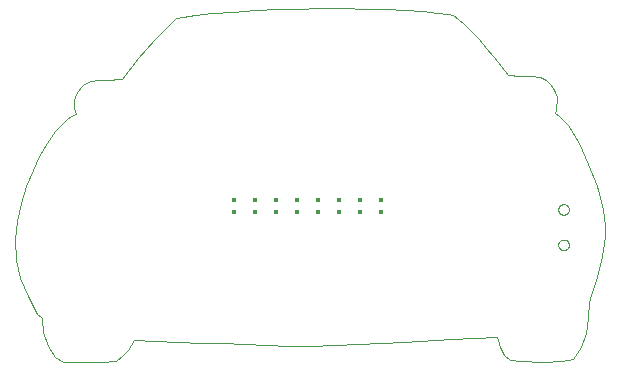
<source format=gtp>
G75*
%MOIN*%
%OFA0B0*%
%FSLAX25Y25*%
%IPPOS*%
%LPD*%
%AMOC8*
5,1,8,0,0,1.08239X$1,22.5*
%
%ADD10C,0.00000*%
%ADD11R,0.01378X0.01378*%
D10*
X0024901Y0013065D02*
X0022581Y0016812D01*
X0021081Y0021589D01*
X0020720Y0026220D01*
X0020294Y0026525D01*
X0019868Y0026830D01*
X0019442Y0027135D01*
X0019016Y0027440D01*
X0015942Y0033553D01*
X0013438Y0039476D01*
X0011861Y0045673D01*
X0011568Y0052611D01*
X0012237Y0058549D01*
X0013530Y0064412D01*
X0015349Y0070147D01*
X0017599Y0075703D01*
X0019728Y0080210D01*
X0022171Y0084588D01*
X0025051Y0088638D01*
X0028492Y0092160D01*
X0029227Y0092729D01*
X0030066Y0093288D01*
X0030991Y0093834D01*
X0031983Y0094365D01*
X0031738Y0095213D01*
X0031474Y0096345D01*
X0031306Y0097550D01*
X0031348Y0098617D01*
X0031810Y0100217D01*
X0032550Y0101743D01*
X0033551Y0103095D01*
X0034795Y0104171D01*
X0036975Y0105119D01*
X0039387Y0105485D01*
X0041898Y0105576D01*
X0044372Y0105703D01*
X0045073Y0105761D01*
X0045870Y0105807D01*
X0046682Y0105842D01*
X0047430Y0105867D01*
X0052749Y0112749D01*
X0055475Y0115999D01*
X0058100Y0118978D01*
X0060514Y0121582D01*
X0062606Y0123704D01*
X0064268Y0125238D01*
X0065389Y0126078D01*
X0067571Y0126663D01*
X0071730Y0127238D01*
X0077412Y0127786D01*
X0084161Y0128286D01*
X0091521Y0128721D01*
X0099036Y0129072D01*
X0106252Y0129320D01*
X0112711Y0129447D01*
X0113066Y0129450D01*
X0113424Y0129454D01*
X0113788Y0129456D01*
X0114155Y0129458D01*
X0114527Y0129459D01*
X0114902Y0129460D01*
X0115282Y0129461D01*
X0115665Y0129461D01*
X0115665Y0129461D01*
X0115665Y0129461D01*
X0121806Y0129414D01*
X0128424Y0129279D01*
X0135155Y0129065D01*
X0141632Y0128783D01*
X0147491Y0128441D01*
X0152366Y0128050D01*
X0155892Y0127619D01*
X0157705Y0127157D01*
X0159380Y0125971D01*
X0161420Y0124156D01*
X0163728Y0121838D01*
X0166209Y0119145D01*
X0168767Y0116204D01*
X0171305Y0113139D01*
X0175939Y0107149D01*
X0176703Y0107124D01*
X0177559Y0107089D01*
X0178410Y0107041D01*
X0179159Y0106980D01*
X0181633Y0106853D01*
X0184144Y0106761D01*
X0186556Y0106396D01*
X0188736Y0105448D01*
X0189975Y0104371D01*
X0190967Y0103017D01*
X0191705Y0101490D01*
X0192183Y0099893D01*
X0192270Y0098549D01*
X0192110Y0097022D01*
X0191832Y0095580D01*
X0191564Y0094491D01*
X0192908Y0093558D01*
X0194109Y0092589D01*
X0195128Y0091603D01*
X0195925Y0090615D01*
X0199546Y0084554D01*
X0202811Y0077589D01*
X0205552Y0070139D01*
X0207602Y0062629D01*
X0208096Y0059747D01*
X0208326Y0056820D01*
X0208319Y0053881D01*
X0208103Y0050958D01*
X0207010Y0045148D01*
X0205298Y0038820D01*
X0203721Y0033732D01*
X0203028Y0031645D01*
X0202588Y0026276D01*
X0201887Y0021148D01*
X0200389Y0016523D01*
X0197555Y0012665D01*
X0193937Y0011933D01*
X0187197Y0011640D01*
X0180382Y0011765D01*
X0176542Y0012287D01*
X0174806Y0014049D01*
X0173476Y0016594D01*
X0172624Y0018883D01*
X0172324Y0019877D01*
X0156821Y0019099D01*
X0141317Y0018321D01*
X0133566Y0017932D01*
X0125814Y0017543D01*
X0118062Y0017154D01*
X0110311Y0016765D01*
X0102948Y0017022D01*
X0095585Y0017278D01*
X0088222Y0017534D01*
X0080859Y0017790D01*
X0073496Y0018047D01*
X0066133Y0018303D01*
X0051407Y0018816D01*
X0050336Y0017159D01*
X0049234Y0015497D01*
X0047716Y0013744D01*
X0045398Y0011816D01*
X0039886Y0011660D01*
X0035667Y0011551D01*
X0031894Y0011502D01*
X0027722Y0011527D01*
X0024901Y0013065D01*
X0192728Y0050594D02*
X0192730Y0050678D01*
X0192736Y0050761D01*
X0192746Y0050844D01*
X0192760Y0050927D01*
X0192777Y0051009D01*
X0192799Y0051090D01*
X0192824Y0051169D01*
X0192853Y0051248D01*
X0192886Y0051325D01*
X0192922Y0051400D01*
X0192962Y0051474D01*
X0193005Y0051546D01*
X0193052Y0051615D01*
X0193102Y0051682D01*
X0193155Y0051747D01*
X0193211Y0051809D01*
X0193269Y0051869D01*
X0193331Y0051926D01*
X0193395Y0051979D01*
X0193462Y0052030D01*
X0193531Y0052077D01*
X0193602Y0052122D01*
X0193675Y0052162D01*
X0193750Y0052199D01*
X0193827Y0052233D01*
X0193905Y0052263D01*
X0193984Y0052289D01*
X0194065Y0052312D01*
X0194147Y0052330D01*
X0194229Y0052345D01*
X0194312Y0052356D01*
X0194395Y0052363D01*
X0194479Y0052366D01*
X0194563Y0052365D01*
X0194646Y0052360D01*
X0194730Y0052351D01*
X0194812Y0052338D01*
X0194894Y0052322D01*
X0194975Y0052301D01*
X0195056Y0052277D01*
X0195134Y0052249D01*
X0195212Y0052217D01*
X0195288Y0052181D01*
X0195362Y0052142D01*
X0195434Y0052100D01*
X0195504Y0052054D01*
X0195572Y0052005D01*
X0195637Y0051953D01*
X0195700Y0051898D01*
X0195760Y0051840D01*
X0195818Y0051779D01*
X0195872Y0051715D01*
X0195924Y0051649D01*
X0195972Y0051581D01*
X0196017Y0051510D01*
X0196058Y0051437D01*
X0196097Y0051363D01*
X0196131Y0051287D01*
X0196162Y0051209D01*
X0196189Y0051130D01*
X0196213Y0051049D01*
X0196232Y0050968D01*
X0196248Y0050886D01*
X0196260Y0050803D01*
X0196268Y0050719D01*
X0196272Y0050636D01*
X0196272Y0050552D01*
X0196268Y0050469D01*
X0196260Y0050385D01*
X0196248Y0050302D01*
X0196232Y0050220D01*
X0196213Y0050139D01*
X0196189Y0050058D01*
X0196162Y0049979D01*
X0196131Y0049901D01*
X0196097Y0049825D01*
X0196058Y0049751D01*
X0196017Y0049678D01*
X0195972Y0049607D01*
X0195924Y0049539D01*
X0195872Y0049473D01*
X0195818Y0049409D01*
X0195760Y0049348D01*
X0195700Y0049290D01*
X0195637Y0049235D01*
X0195572Y0049183D01*
X0195504Y0049134D01*
X0195434Y0049088D01*
X0195362Y0049046D01*
X0195288Y0049007D01*
X0195212Y0048971D01*
X0195134Y0048939D01*
X0195056Y0048911D01*
X0194975Y0048887D01*
X0194894Y0048866D01*
X0194812Y0048850D01*
X0194730Y0048837D01*
X0194646Y0048828D01*
X0194563Y0048823D01*
X0194479Y0048822D01*
X0194395Y0048825D01*
X0194312Y0048832D01*
X0194229Y0048843D01*
X0194147Y0048858D01*
X0194065Y0048876D01*
X0193984Y0048899D01*
X0193905Y0048925D01*
X0193827Y0048955D01*
X0193750Y0048989D01*
X0193675Y0049026D01*
X0193602Y0049066D01*
X0193531Y0049111D01*
X0193462Y0049158D01*
X0193395Y0049209D01*
X0193331Y0049262D01*
X0193269Y0049319D01*
X0193211Y0049379D01*
X0193155Y0049441D01*
X0193102Y0049506D01*
X0193052Y0049573D01*
X0193005Y0049642D01*
X0192962Y0049714D01*
X0192922Y0049788D01*
X0192886Y0049863D01*
X0192853Y0049940D01*
X0192824Y0050019D01*
X0192799Y0050098D01*
X0192777Y0050179D01*
X0192760Y0050261D01*
X0192746Y0050344D01*
X0192736Y0050427D01*
X0192730Y0050510D01*
X0192728Y0050594D01*
X0192728Y0062406D02*
X0192730Y0062490D01*
X0192736Y0062573D01*
X0192746Y0062656D01*
X0192760Y0062739D01*
X0192777Y0062821D01*
X0192799Y0062902D01*
X0192824Y0062981D01*
X0192853Y0063060D01*
X0192886Y0063137D01*
X0192922Y0063212D01*
X0192962Y0063286D01*
X0193005Y0063358D01*
X0193052Y0063427D01*
X0193102Y0063494D01*
X0193155Y0063559D01*
X0193211Y0063621D01*
X0193269Y0063681D01*
X0193331Y0063738D01*
X0193395Y0063791D01*
X0193462Y0063842D01*
X0193531Y0063889D01*
X0193602Y0063934D01*
X0193675Y0063974D01*
X0193750Y0064011D01*
X0193827Y0064045D01*
X0193905Y0064075D01*
X0193984Y0064101D01*
X0194065Y0064124D01*
X0194147Y0064142D01*
X0194229Y0064157D01*
X0194312Y0064168D01*
X0194395Y0064175D01*
X0194479Y0064178D01*
X0194563Y0064177D01*
X0194646Y0064172D01*
X0194730Y0064163D01*
X0194812Y0064150D01*
X0194894Y0064134D01*
X0194975Y0064113D01*
X0195056Y0064089D01*
X0195134Y0064061D01*
X0195212Y0064029D01*
X0195288Y0063993D01*
X0195362Y0063954D01*
X0195434Y0063912D01*
X0195504Y0063866D01*
X0195572Y0063817D01*
X0195637Y0063765D01*
X0195700Y0063710D01*
X0195760Y0063652D01*
X0195818Y0063591D01*
X0195872Y0063527D01*
X0195924Y0063461D01*
X0195972Y0063393D01*
X0196017Y0063322D01*
X0196058Y0063249D01*
X0196097Y0063175D01*
X0196131Y0063099D01*
X0196162Y0063021D01*
X0196189Y0062942D01*
X0196213Y0062861D01*
X0196232Y0062780D01*
X0196248Y0062698D01*
X0196260Y0062615D01*
X0196268Y0062531D01*
X0196272Y0062448D01*
X0196272Y0062364D01*
X0196268Y0062281D01*
X0196260Y0062197D01*
X0196248Y0062114D01*
X0196232Y0062032D01*
X0196213Y0061951D01*
X0196189Y0061870D01*
X0196162Y0061791D01*
X0196131Y0061713D01*
X0196097Y0061637D01*
X0196058Y0061563D01*
X0196017Y0061490D01*
X0195972Y0061419D01*
X0195924Y0061351D01*
X0195872Y0061285D01*
X0195818Y0061221D01*
X0195760Y0061160D01*
X0195700Y0061102D01*
X0195637Y0061047D01*
X0195572Y0060995D01*
X0195504Y0060946D01*
X0195434Y0060900D01*
X0195362Y0060858D01*
X0195288Y0060819D01*
X0195212Y0060783D01*
X0195134Y0060751D01*
X0195056Y0060723D01*
X0194975Y0060699D01*
X0194894Y0060678D01*
X0194812Y0060662D01*
X0194730Y0060649D01*
X0194646Y0060640D01*
X0194563Y0060635D01*
X0194479Y0060634D01*
X0194395Y0060637D01*
X0194312Y0060644D01*
X0194229Y0060655D01*
X0194147Y0060670D01*
X0194065Y0060688D01*
X0193984Y0060711D01*
X0193905Y0060737D01*
X0193827Y0060767D01*
X0193750Y0060801D01*
X0193675Y0060838D01*
X0193602Y0060878D01*
X0193531Y0060923D01*
X0193462Y0060970D01*
X0193395Y0061021D01*
X0193331Y0061074D01*
X0193269Y0061131D01*
X0193211Y0061191D01*
X0193155Y0061253D01*
X0193102Y0061318D01*
X0193052Y0061385D01*
X0193005Y0061454D01*
X0192962Y0061526D01*
X0192922Y0061600D01*
X0192886Y0061675D01*
X0192853Y0061752D01*
X0192824Y0061831D01*
X0192799Y0061910D01*
X0192777Y0061991D01*
X0192760Y0062073D01*
X0192746Y0062156D01*
X0192736Y0062239D01*
X0192730Y0062322D01*
X0192728Y0062406D01*
D11*
X0133500Y0061531D03*
X0133500Y0065469D03*
X0126500Y0065469D03*
X0126500Y0061531D03*
X0119500Y0061531D03*
X0119500Y0065469D03*
X0112500Y0065469D03*
X0112500Y0061531D03*
X0105500Y0061531D03*
X0105500Y0065469D03*
X0098500Y0065469D03*
X0098500Y0061531D03*
X0091500Y0061531D03*
X0091500Y0065469D03*
X0084500Y0065469D03*
X0084500Y0061531D03*
M02*

</source>
